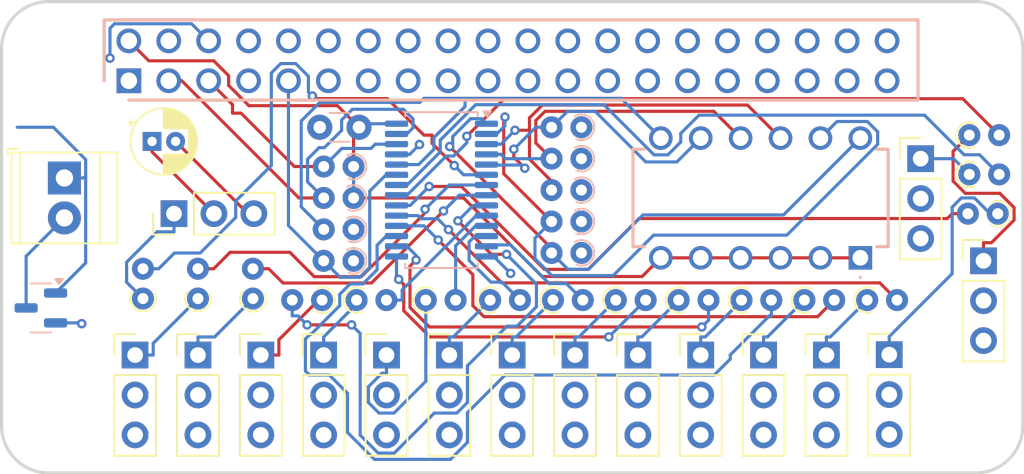
<source format=kicad_pcb>
(kicad_pcb (version 20240108) (generator "pcbnew") (generator_version "8.0")
  (layers (0 "F.Cu" signal) (1 "In1.Cu" power) (2 "In2.Cu" power) (31 "B.Cu" signal) (34 "B.Paste" user) (35 "F.Paste" user) (36 "B.SilkS" user "B.Silkscreen") (37 "F.SilkS" user "F.Silkscreen") (38 "B.Mask" user) (39 "F.Mask" user) (44 "Edge.Cuts" user))
  (net 0 "")
  (net 1 "+5V")
  (net 2 "V_MOTOR")
  (net 3 "/SCL")
  (net 4 "GND")
  (net 5 "/I2C_ADD5")
  (net 6 "/I2C_ADD4")
  (net 7 "/I2C_ADD3")
  (net 8 "/I2C_ADD2")
  (net 9 "/I2C_ADD1")
  (net 10 "/I2C_ADD0")
  (net 11 "/SDA")
  (net 12 "/~{OE}")
  (net 13 "Net-(J2-Pin_1)")
  (net 14 "Net-(J3-Pin_2)")
  (net 15 "Net-(J4-Pin_1)")
  (net 16 "Net-(J5-Pin_1)")
  (net 17 "Net-(J6-Pin_1)")
  (net 18 "Net-(J7-Pin_1)")
  (net 19 "Net-(J8-Pin_1)")
  (net 20 "Net-(J9-Pin_1)")
  (net 21 "Net-(J10-Pin_1)")
  (net 22 "Net-(J11-Pin_1)")
  (net 23 "Net-(J12-Pin_1)")
  (net 24 "Net-(J13-Pin_1)")
  (net 25 "Net-(J14-Pin_1)")
  (net 26 "Net-(J15-Pin_1)")
  (net 28 "Net-(J16-Pin_1)")
  (net 40 "Net-(J17-Pin_1)")
  (net 49 "Net-(J18-Pin_1)")
  (net 60 "/PWM1")
  (net 62 "/PWM4")
  (net 67 "/PWM8")
  (net 68 "/PWM3")
  (net 69 "/PWM9")
  (net 70 "/PWM5")
  (net 71 "/PWM10")
  (net 72 "/PWM7")
  (net 73 "/PWM13")
  (net 74 "/PWM14")
  (net 75 "/PWM12")
  (net 76 "/PWM6")
  (net 77 "/PWM15")
  (net 78 "/PWM11")
  (net 79 "/PWM16")
  (net 80 "/PWM2")
  (footprint "Connector_PinHeader_2.54mm:PinHeader_1x03_P2.54mm_Vertical" (layer "F.Cu") (at 121 37)
    (property "Reference" "J10" (hide yes))
    (property "Value" "MOTOR16" (hide yes))
  )
  (footprint "Connector_PinHeader_2.54mm:PinHeader_1x03_P2.54mm_Vertical" (layer "F.Cu") (at 125 43.5)
    (property "Reference" "J9" (hide yes))
    (property "Value" "MOTOR15" (hide yes))
  )
  (footprint "Connector_PinHeader_2.54mm:PinHeader_1x03_P2.54mm_Vertical" (layer "F.Cu") (at 107 49.5)
    (property "Reference" "J4" (hide yes))
    (property "Value" "MOTOR11" (hide yes))
  )
  (footprint "Connector_PinHeader_2.54mm:PinHeader_1x03_P2.54mm_Vertical" (layer "F.Cu") (at 75 49.5)
    (property "Reference" "J12" (hide yes))
    (property "Value" "MOTOR3" (hide yes))
  )
  (footprint "Resistor_THT:R_Axial_DIN0204_L3.6mm_D1.6mm_P1.90mm_Vertical" (layer "F.Cu") (at 97.595 46)
    (property "Reference" "R26" (hide yes))
    (property "Value" "10K" (hide yes))
  )
  (footprint "TerminalBlock_TE-Connectivity:TerminalBlock_TE_282834-2_1x02_P2.54mm_Horizontal" (layer "F.Cu") (at 66.5 38.23 -90)
    (property "Reference" "J3" (hide yes))
    (property "Value" "MOTOR_PWR_TERMINAL" (hide yes))
  )
  (footprint "MountingHole:MountingHole_2.7mm_M2.5" (layer "F.Cu") (at 124 53.5)
    (property "Reference" "MH3" (hide yes))
    (property "Value" "MountingHole_2.7mm_M2.5" (hide yes))
  )
  (footprint "Resistor_THT:R_Axial_DIN0204_L3.6mm_D1.6mm_P1.90mm_Vertical" (layer "F.Cu") (at 75 45.905 90)
    (property "Reference" "R23" (hide yes))
    (property "Value" "10K" (hide yes))
  )
  (footprint "Connector_PinHeader_2.54mm:PinHeader_1x03_P2.54mm_Vertical" (layer "F.Cu") (at 119 49.475)
    (property "Reference" "J8" (hide yes))
    (property "Value" "MOTOR14" (hide yes))
  )
  (footprint "Resistor_THT:R_Axial_DIN0204_L3.6mm_D1.6mm_P1.90mm_Vertical" (layer "F.Cu") (at 117.595 46)
    (property "Reference" "R15" (hide yes))
    (property "Value" "10K" (hide yes))
  )
  (footprint "Resistor_THT:R_Axial_DIN0204_L3.6mm_D1.6mm_P1.90mm_Vertical" (layer "F.Cu") (at 101.595 46)
    (property "Reference" "R10" (hide yes))
    (property "Value" "10K" (hide yes))
  )
  (footprint "Resistor_THT:R_Axial_DIN0204_L3.6mm_D1.6mm_P1.90mm_Vertical" (layer "F.Cu") (at 78.5 45.905 90)
    (property "Reference" "R20" (hide yes))
    (property "Value" "10K" (hide yes))
  )
  (footprint "Connector_PinHeader_2.54mm:PinHeader_1x03_P2.54mm_Vertical" (layer "F.Cu") (at 103 49.5)
    (property "Reference" "J5" (hide yes))
    (property "Value" "MOTOR10" (hide yes))
  )
  (footprint "Resistor_THT:R_Axial_DIN0204_L3.6mm_D1.6mm_P1.90mm_Vertical" (layer "F.Cu") (at 89.5 46)
    (property "Reference" "R25" (hide yes))
    (property "Value" "10K" (hide yes))
  )
  (footprint "Connector_PinHeader_2.54mm:PinHeader_1x03_P2.54mm_Vertical" (layer "F.Cu") (at 115 49.5)
    (property "Reference" "J7" (hide yes))
    (property "Value" "MOTOR13" (hide yes))
  )
  (footprint "Connector_PinHeader_2.54mm:PinHeader_1x03_P2.54mm_Vertical" (layer "F.Cu") (at 91 49.5)
    (property "Reference" "J14" (hide yes))
    (property "Value" "MOTOR7" (hide yes))
  )
  (footprint "MountingHole:MountingHole_2.7mm_M2.5" (layer "F.Cu") (at 66 30.5)
    (property "Reference" "MH1" (hide yes))
    (property "Value" "MountingHole_2.7mm_M2.5" (hide yes))
  )
  (footprint "Connector_PinHeader_2.54mm:PinHeader_1x03_P2.54mm_Vertical" (layer "F.Cu") (at 87 49.5)
    (property "Reference" "J17" (hide yes))
    (property "Value" "MOTOR6" (hide yes))
  )
  (footprint "Resistor_THT:R_Axial_DIN0204_L3.6mm_D1.6mm_P1.90mm_Vertical" (layer "F.Cu") (at 105.595 46)
    (property "Reference" "R13" (hide yes))
    (property "Value" "10K" (hide yes))
  )
  (footprint "Connector_PinHeader_2.54mm:PinHeader_1x03_P2.54mm_Vertical" (layer "F.Cu") (at 79 49.5)
    (property "Reference" "J16" (hide yes))
    (property "Value" "MOTOR4" (hide yes))
  )
  (footprint "MountingHole:MountingHole_2.7mm_M2.5" (layer "F.Cu") (at 124 30.5)
    (property "Reference" "MH2" (hide yes))
    (property "Value" "MountingHole_2.7mm_M2.5" (hide yes))
  )
  (footprint "Resistor_THT:R_Axial_DIN0204_L3.6mm_D1.6mm_P1.90mm_Vertical" (layer "F.Cu") (at 93.595 46)
    (property "Reference" "R22" (hide yes))
    (property "Value" "10K" (hide yes))
  )
  (footprint "MountingHole:MountingHole_2.7mm_M2.5" (layer "F.Cu") (at 66 53.5)
    (property "Reference" "MH4" (hide yes))
    (property "Value" "MountingHole_2.7mm_M2.5" (hide yes))
  )
  (footprint "Connector_PinHeader_2.54mm:PinHeader_1x03_P2.54mm_Vertical" (layer "F.Cu") (at 111 49.5)
    (property "Reference" "J6" (hide yes))
    (property "Value" "MOTOR12" (hide yes))
  )
  (footprint "Resistor_THT:R_Axial_DIN0204_L3.6mm_D1.6mm_P1.90mm_Vertical" (layer "F.Cu") (at 82.9 46 180)
    (property "Reference" "R24" (hide yes))
    (property "Value" "10K" (hide yes))
  )
  (footprint "Resistor_THT:R_Axial_DIN0204_L3.6mm_D1.6mm_P1.90mm_Vertical" (layer "F.Cu") (at 109.595 46)
    (property "Reference" "R12" (hide yes))
    (property "Value" "10K" (hide yes))
  )
  (footprint "Connector_PinHeader_2.54mm:PinHeader_1x03_P2.54mm_Vertical" (layer "F.Cu") (at 83 49.5)
    (property "Reference" "J13" (hide yes))
    (property "Value" "MOTOR5" (hide yes))
  )
  (footprint "Capacitor_THT:CP_Radial_D4.0mm_P1.50mm" (layer "F.Cu") (at 72.077401 35.9)
    (property "Reference" "C2" (hide yes))
    (property "Value" "C_Polarized" (hide yes))
  )
  (footprint "Connector_PinHeader_2.54mm:PinHeader_1x03_P2.54mm_Vertical" (layer "F.Cu") (at 95 49.5)
    (property "Reference" "J18" (hide yes))
    (property "Value" "MOTOR8" (hide yes))
  )
  (footprint "Resistor_THT:R_Axial_DIN0204_L3.6mm_D1.6mm_P1.90mm_Vertical" (layer "F.Cu") (at 113.595 46)
    (property "Reference" "R14" (hide yes))
    (property "Value" "10K" (hide yes))
  )
  (footprint "Resistor_THT:R_Axial_DIN0204_L3.6mm_D1.6mm_P1.90mm_Vertical" (layer "F.Cu") (at 124.095 35.5)
    (property "Reference" "R17" (hide yes))
    (property "Value" "10K" (hide yes))
  )
  (footprint "Connector_PinHeader_2.54mm:PinHeader_1x03_P2.54mm_Vertical" (layer "F.Cu") (at 99 49.5)
    (property "Reference" "J2" (hide yes))
    (property "Value" "MOTOR9" (hide yes))
  )
  (footprint "Resistor_THT:R_Axial_DIN0204_L3.6mm_D1.6mm_P1.90mm_Vertical" (layer "F.Cu") (at 85.095 46)
    (property "Reference" "R21" (hide yes))
    (property "Value" "10K" (hide yes))
  )
  (footprint "Resistor_THT:R_Axial_DIN0204_L3.6mm_D1.6mm_P1.90mm_Vertical" (layer "F.Cu") (at 71.5 45.905 90)
    (property "Reference" "R19" (hide yes))
    (property "Value" "10K" (hide yes))
  )
  (footprint "Connector_PinHeader_2.54mm:PinHeader_1x03_P2.54mm_Vertical" (layer "F.Cu") (at 73.475 40.5 90)
    (property "Reference" "J11" (hide yes))
    (property "Value" "MOTOR1" (hide yes))
  )
  (footprint "Connector_PinHeader_2.54mm:PinHeader_1x03_P2.54mm_Vertical" (layer "F.Cu") (at 71 49.5)
    (property "Reference" "J15" (hide yes))
    (property "Value" "MOTOR2" (hide yes))
  )
  (footprint "Resistor_THT:R_Axial_DIN0204_L3.6mm_D1.6mm_P1.90mm_Vertical" (layer "F.Cu") (at 124.095 38)
    (property "Reference" "R18" (hide yes))
    (property "Value" "10K" (hide yes))
  )
  (footprint "Resistor_THT:R_Axial_DIN0204_L3.6mm_D1.6mm_P1.90mm_Vertical" (layer "F.Cu") (at 125.905 40.5 180)
    (property "Reference" "R16" (hide yes))
    (property "Value" "10K" (hide yes))
  )
  (footprint "Resistor_THT:R_Axial_DIN0204_L3.6mm_D1.6mm_P1.90mm_Vertical" (layer "B.Cu") (at 84.9 43.5 180)
    (property "Reference" "R3" (hide yes))
    (property "Value" "10K" (hide yes))
  )
  (footprint "Resistor_THT:R_Axial_DIN0204_L3.6mm_D1.6mm_P1.90mm_Vertical" (layer "B.Cu") (at 99.405 43 180)
    (property "Reference" "R9" (hide yes))
    (property "Value" "10K" (hide yes))
  )
  (footprint "Resistor_THT:R_Axial_DIN0204_L3.6mm_D1.6mm_P1.90mm_Vertical" (layer "B.Cu") (at 99.405 39 180)
    (property "Reference" "R7" (hide yes))
    (property "Value" "10K")
  )
  (footprint "Resistor_THT:R_Axial_DIN0204_L3.6mm_D1.6mm_P1.90mm_Vertical" (layer "B.Cu") (at 99.405 35 180)
    (property "Reference" "R5" (hide yes))
    (property "Value" "10K")
  )
  (footprint "Resistor_THT:R_Axial_DIN0204_L3.6mm_D1.6mm_P1.90mm_Vertical" (layer "B.Cu") (at 84.905 39.5 180)
    (property "Reference" "R2" (hide yes))
    (property "Value" "10K" (hide yes))
  )
  (footprint "SamacSys_Parts:24549824" (layer "B.Cu") (at 117.16 43.31 180)
    (property "Reference" "SW1" (hide yes))
    (property "Value" "SW_DIP_x06" (hide yes))
  )
  (footprint "Resistor_THT:R_Axial_DIN0204_L3.6mm_D1.6mm_P1.90mm_Vertical" (layer "B.Cu") (at 84.905 41.5 180)
    (property "Reference" "R4" (hide yes))
    (property "Value" "10K" (hide yes))
  )
  (footprint "SamacSys_Parts:RHDR40W60P254_2X20_5140X500X1380P" (layer "B.Cu") (at 70.6 32.04 180)
    (property "Reference" "J1" (hide yes))
    (property "Value" "MFH2X20SG-2" (hide yes))
  )
  (footprint "Resistor_THT:R_Axial_DIN0204_L3.6mm_D1.6mm_P1.90mm_Vertical" (layer "B.Cu") (at 99.405 41 180)
    (property "Reference" "R8" (hide yes))
    (property "Value" "10K")
  )
  (footprint "Package_TO_SOT_SMD:SOT-23" (layer "B.Cu") (at 65 46.5 180)
    (property "Reference" "Q1" (hide yes))
    (property "Value" "IRLML6401" (hide yes))
  )
  (footprint "Capacitor_THT:C_Disc_D3.0mm_W1.6mm_P2.50mm" (layer "B.Cu") (at 85.25 35 180)
    (property "Reference" "C1" (hide yes))
    (property "Value" "10uF" (hide yes))
  )
  (footprint "Resistor_THT:R_Axial_DIN0204_L3.6mm_D1.6mm_P1.90mm_Vertical" (layer "B.Cu") (at 84.905 37.5 180)
    (property "Reference" "R1" (hide yes))
    (property "Value" "10K" (hide yes))
  )
  (footprint "Resistor_THT:R_Axial_DIN0204_L3.6mm_D1.6mm_P1.90mm_Vertical" (layer "B.Cu") (at 99.405 37 180)
    (property "Reference" "R6" (hide yes))
    (property "Value" "10K")
  )
  (footprint "Package_SO:TSSOP-28_4.4x9.7mm_P0.65mm" (layer "B.Cu") (at 90.5 39 180)
    (property "Reference" "U1" (hide yes))
    (property "Value" "PCA9685PW" (hide yes))
  )
  (gr_arc (start 62.5 30) (mid 63.37868 27.87868) (end 65.5 27) (stroke (width 0.2)) (layer "Edge.Cuts"))
  (gr_arc (start 65.5 57) (mid 63.37868 56.12132) (end 62.5 54) (stroke (width 0.2)) (layer "Edge.Cuts"))
  (gr_arc (start 124.5 27) (mid 126.62132 27.87868) (end 127.5 30) (stroke (width 0.2)) (layer "Edge.Cuts"))
  (gr_line (start 62.5 54) (end 62.5 30) (stroke (width 0.2)) (layer "Edge.Cuts"))
  (gr_arc (start 127.5 54) (mid 126.62132 56.12132) (end 124.5 57) (stroke (width 0.2)) (layer "Edge.Cuts"))
  (gr_line (start 124.5 57) (end 65.5 57) (stroke (width 0.2)) (layer "Edge.Cuts"))
  (gr_line (start 65.5 27) (end 124.5 27) (stroke (width 0.2)) (layer "Edge.Cuts"))
  (gr_line (start 127.5 30) (end 127.5 54) (stroke (width 0.2)) (layer "Edge.Cuts"))
  (segment (start 78.2417 33.6259) (end 83.8759 33.6259) (width 0.2) (layer "F.Cu") (net 1))
  (segment (start 112.08 43.31) (end 114.62 43.31) (width 0.2) (layer "F.Cu") (net 1))
  (segment (start 76.95 32.3342) (end 78.2417 33.6259) (width 0.2) (layer "F.Cu") (net 1))
  (segment (start 70.6 29.5) (end 71.87 30.77) (width 0.2) (layer "F.Cu") (net 1))
  (segment (start 114.62 43.31) (end 117.16 43.31) (width 0.2) (layer "F.Cu") (net 1))
  (segment (start 107 43.31) (end 104.46 43.31) (width 0.2) (layer "F.Cu") (net 1))
  (segment (start 83.8759 33.6259) (end 85.25 35) (width 0.2) (layer "F.Cu") (net 1))
  (segment (start 76.0029 30.77) (end 76.95 31.7171) (width 0.2) (layer "F.Cu") (net 1))
  (segment (start 76.95 31.7171) (end 76.95 32.3342) (width 0.2) (layer "F.Cu") (net 1))
  (segment (start 103.271 44.499) (end 96.9041 44.499) (width 0.2) (layer "F.Cu") (net 1))
  (segment (start 91.9051 39.5) (end 84.905 39.5) (width 0.2) (layer "F.Cu") (net 1))
  (segment (start 104.46 43.31) (end 103.271 44.499) (width 0.2) (layer "F.Cu") (net 1))
  (segment (start 107 43.31) (end 109.54 43.31) (width 0.2) (layer "F.Cu") (net 1))
  (segment (start 71.87 30.77) (end 76.0029 30.77) (width 0.2) (layer "F.Cu") (net 1))
  (segment (start 84.905 35.345) (end 84.905 37.5) (width 0.2) (layer "F.Cu") (net 1))
  (segment (start 85.25 35) (end 84.905 35.345) (width 0.2) (layer "F.Cu") (net 1))
  (segment (start 109.54 43.31) (end 112.08 43.31) (width 0.2) (layer "F.Cu") (net 1))
  (segment (start 96.9041 44.499) (end 91.9051 39.5) (width 0.2) (layer "F.Cu") (net 1))
  (segment (start 84.905 39.5) (end 84.905 37.5) (width 0.2) (layer "B.Cu") (net 1))
  (segment (start 85.475 34.775) (end 85.25 35) (width 0.2) (layer "B.Cu") (net 1))
  (segment (start 87.6375 34.775) (end 85.475 34.775) (width 0.2) (layer "B.Cu") (net 1))
  (segment (start 72.077401 36.562401) (end 76.015 40.5) (width 0.2) (layer "F.Cu") (net 2))
  (segment (start 72.077401 35.9) (end 72.077401 36.562401) (width 0.2) (layer "F.Cu") (net 2))
  (via (at 67.6 47.5) (size 0.6) (drill 0.3) (layers "F.Cu" "B.Cu") (net 2))
  (segment (start 65.9375 47.45) (end 67.55 47.45) (width 0.2) (layer "B.Cu") (net 2))
  (segment (start 67.55 47.45) (end 67.6 47.5) (width 0.2) (layer "B.Cu") (net 2))
  (segment (start 77.2 34.1) (end 77.2 33.56) (width 0.2) (layer "F.Cu") (net 3))
  (segment (start 77.74 34.1) (end 77.2 34.1) (width 0.2) (layer "F.Cu") (net 3))
  (segment (start 83.005 37.5) (end 81.14 37.5) (width 0.2) (layer "F.Cu") (net 3))
  (segment (start 81.14 37.5) (end 77.74 34.1) (width 0.2) (layer "F.Cu") (net 3))
  (segment (start 77.2 33.56) (end 75.68 32.04) (width 0.2) (layer "F.Cu") (net 3))
  (segment (start 86.015 36.3471) (end 86.2871 36.075) (width 0.2) (layer "B.Cu") (net 3))
  (segment (start 84.1579 36.3471) (end 86.015 36.3471) (width 0.2) (layer "B.Cu") (net 3))
  (segment (start 83.005 37.5) (end 84.1579 36.3471) (width 0.2) (layer "B.Cu") (net 3))
  (segment (start 86.2871 36.075) (end 87.6375 36.075) (width 0.2) (layer "B.Cu") (net 3))
  (segment (start 78.177401 40.5) (end 78.555 40.5) (width 0.2) (layer "F.Cu") (net 4))
  (segment (start 73.577401 35.9) (end 78.177401 40.5) (width 0.2) (layer "F.Cu") (net 4))
  (via (at 69.4 30.6) (size 0.6) (drill 0.3) (layers "F.Cu" "B.Cu") (net 4))
  (via (at 94.9 44.3) (size 0.6) (drill 0.3) (layers "F.Cu" "B.Cu") (net 4))
  (via (at 89.1 36.1) (size 0.6) (drill 0.3) (layers "F.Cu" "B.Cu") (net 4))
  (segment (start 66.5 38.23) (end 67.7217 38.23) (width 0.2) (layer "B.Cu") (net 4))
  (segment (start 67.8517 38.5019) (end 67.8517 38.1) (width 0.2) (layer "B.Cu") (net 4))
  (segment (start 67.8517 37.055) (end 65.7967 35) (width 0.2) (layer "B.Cu") (net 4))
  (segment (start 69.6875 28.4125) (end 69.4 28.7) (width 0.2) (layer "B.Cu") (net 4))
  (segment (start 74.5925 28.4125) (end 69.6875 28.4125) (width 0.2) (layer "B.Cu") (net 4))
  (segment (start 88.475 36.725) (end 89.1 36.1) (width 0.2) (layer "B.Cu") (net 4))
  (segment (start 65.7967 35) (end 63.5 35) (width 0.2) (layer "B.Cu") (net 4))
  (segment (start 93.3625 43.225) (end 93.825 43.225) (width 0.2) (layer "B.Cu") (net 4))
  (segment (start 93.825 43.225) (end 94.9 44.3) (width 0.2) (layer "B.Cu") (net 4))
  (segment (start 69.4 28.7) (end 69.4 30.6) (width 0.2) (layer "B.Cu") (net 4))
  (segment (start 87.6375 36.725) (end 88.475 36.725) (width 0.2) (layer "B.Cu") (net 4))
  (segment (start 65.9375 45.55) (end 67.8517 43.6358) (width 0.2) (layer "B.Cu") (net 4))
  (segment (start 67.8517 38.1) (end 67.8517 37.055) (width 0.2) (layer "B.Cu") (net 4))
  (segment (start 67.8517 43.6358) (end 67.8517 38.5019) (width 0.2) (layer "B.Cu") (net 4))
  (segment (start 67.7217 38.23) (end 67.8517 38.1) (width 0.2) (layer "B.Cu") (net 4))
  (segment (start 75.68 29.5) (end 74.5925 28.4125) (width 0.2) (layer "B.Cu") (net 4))
  (segment (start 81.5732 40.0682) (end 81.5732 34.5987) (width 0.2) (layer "B.Cu") (net 5))
  (segment (start 101.9298 33.1598) (end 92 33.1598) (width 0.2) (layer "B.Cu") (net 5))
  (segment (start 89.048114 37.375) (end 90.0206 36.402514) (width 0.2) (layer "B.Cu") (net 5))
  (segment (start 83.005 41.5) (end 81.5732 40.0682) (width 0.2) (layer "B.Cu") (net 5))
  (segment (start 92 33.1598) (end 89.3821 33.1598) (width 0.2) (layer "B.Cu") (net 5))
  (segment (start 87.6375 37.375) (end 89.048114 37.375) (width 0.2) (layer "B.Cu") (net 5))
  (segment (start 81.5732 34.5987) (end 82.756 33.4159) (width 0.2) (layer "B.Cu") (net 5))
  (segment (start 82.756 33.4159) (end 89.126 33.4159) (width 0.2) (layer "B.Cu") (net 5))
  (segment (start 90.0206 36.402514) (end 90.0206 35.655514) (width 0.2) (layer "B.Cu") (net 5))
  (segment (start 89.3821 33.1598) (end 89.126 33.4159) (width 0.2) (layer "B.Cu") (net 5))
  (segment (start 104.46 35.69) (end 101.9298 33.1598) (width 0.2) (layer "B.Cu") (net 5))
  (segment (start 92 33.676114) (end 92 33.1598) (width 0.2) (layer "B.Cu") (net 5))
  (segment (start 90.0206 35.655514) (end 92 33.676114) (width 0.2) (layer "B.Cu") (net 5))
  (segment (start 95.8041 37.6039) (end 95.1033 36.9031) (width 0.2) (layer "F.Cu") (net 6))
  (segment (start 95.1033 36.9031) (end 95.1033 36.4) (width 0.2) (layer "F.Cu") (net 6))
  (via (at 95.1033 36.4) (size 0.6) (drill 0.3) (layers "F.Cu" "B.Cu") (net 6))
  (via (at 95.8041 37.6039) (size 0.6) (drill 0.3) (layers "F.Cu" "B.Cu") (net 6))
  (segment (start 98.5096 33.9954) (end 97.505 35) (width 0.2) (layer "B.Cu") (net 6))
  (segment (start 107 35.69) (end 105.4824 37.2076) (width 0.2) (layer "B.Cu") (net 6))
  (segment (start 93.3909 37.4034) (end 95.6036 37.4034) (width 0.2) (layer "B.Cu") (net 6))
  (segment (start 100.2897 33.9954) (end 98.5096 33.9954) (width 0.2) (layer "B.Cu") (net 6))
  (segment (start 105.4824 37.2076) (end 103.5019 37.2076) (width 0.2) (layer "B.Cu") (net 6))
  (segment (start 95.1033 36.4) (end 96.5033 35) (width 0.2) (layer "B.Cu") (net 6))
  (segment (start 93.3625 37.375) (end 93.3909 37.4034) (width 0.2) (layer "B.Cu") (net 6))
  (segment (start 97.505 35) (end 96.5033 35) (width 0.2) (layer "B.Cu") (net 6))
  (segment (start 95.6036 37.4034) (end 95.8041 37.6039) (width 0.2) (layer "B.Cu") (net 6))
  (segment (start 103.5019 37.2076) (end 100.2897 33.9954) (width 0.2) (layer "B.Cu") (net 6))
  (segment (start 109.54 35.69) (end 107.8363 33.9863) (width 0.2) (layer "F.Cu") (net 7))
  (segment (start 107.8363 33.9863) (end 97.0885 33.9863) (width 0.2) (layer "F.Cu") (net 7))
  (segment (start 96.5028 34.572) (end 96.5028 35.9978) (width 0.2) (layer "F.Cu") (net 7))
  (segment (start 97.0885 33.9863) (end 96.5028 34.572) (width 0.2) (layer "F.Cu") (net 7))
  (segment (start 96.5028 35.9978) (end 97.505 37) (width 0.2) (layer "F.Cu") (net 7))
  (segment (start 93.3625 36.725) (end 94.2952 36.725) (width 0.2) (layer "B.Cu") (net 7))
  (segment (start 94.5719 37.0017) (end 96.5016 37.0017) (width 0.2) (layer "B.Cu") (net 7))
  (segment (start 97.505 37) (end 96.5033 37) (width 0.2) (layer "B.Cu") (net 7))
  (segment (start 94.2952 36.725) (end 94.5719 37.0017) (width 0.2) (layer "B.Cu") (net 7))
  (segment (start 96.5016 37.0017) (end 96.5033 37) (width 0.2) (layer "B.Cu") (net 7))
  (segment (start 97.505 39) (end 97.505 38.4321) (width 0.2) (layer "F.Cu") (net 8))
  (segment (start 97.505 38.4321) (end 96.1011 37.0282) (width 0.2) (layer "F.Cu") (net 8))
  (segment (start 96.9222 33.5846) (end 96.1011 34.4057) (width 0.2) (layer "F.Cu") (net 8))
  (segment (start 96.1011 35.1917) (end 95.1785 35.1917) (width 0.2) (layer "F.Cu") (net 8))
  (segment (start 109.9746 33.5846) (end 96.9222 33.5846) (width 0.2) (layer "F.Cu") (net 8))
  (segment (start 112.08 35.69) (end 109.9746 33.5846) (width 0.2) (layer "F.Cu") (net 8))
  (segment (start 96.1011 37.0282) (end 96.1011 35.1917) (width 0.2) (layer "F.Cu") (net 8))
  (segment (start 96.1011 34.4057) (end 96.1011 35.1917) (width 0.2) (layer "F.Cu") (net 8))
  (via (at 95.1785 35.1917) (size 0.6) (drill 0.3) (layers "F.Cu" "B.Cu") (net 8))
  (segment (start 95.1785 35.1917) (end 94.2952 36.075) (width 0.2) (layer "B.Cu") (net 8))
  (segment (start 94.2952 36.075) (end 93.3625 36.075) (width 0.2) (layer "B.Cu") (net 8))
  (segment (start 94.4608 34.4285) (end 94.4608 37.9558) (width 0.2) (layer "F.Cu") (net 9))
  (segment (start 94.4608 37.9558) (end 97.505 41) (width 0.2) (layer "F.Cu") (net 9))
  (segment (start 94.5413 34.348) (end 94.4608 34.4285) (width 0.2) (layer "F.Cu") (net 9))
  (via (at 94.5413 34.348) (size 0.6) (drill 0.3) (layers "F.Cu" "B.Cu") (net 9))
  (segment (start 115.6774 34.6326) (end 117.6088 34.6326) (width 0.2) (layer "B.Cu") (net 9))
  (segment (start 112.4817 41.8682) (end 104.0007 41.8682) (width 0.2) (layer "B.Cu") (net 9))
  (segment (start 97.5271 44.4422) (end 96.4492 43.3643) (width 0.2) (layer "B.Cu") (net 9))
  (segment (start 118.2619 36.088) (end 112.4817 41.8682) (width 0.2) (layer "B.Cu") (net 9))
  (segment (start 114.62 35.69) (end 115.6774 34.6326) (width 0.2) (layer "B.Cu") (net 9))
  (segment (start 94.0187 35.425) (end 93.3625 35.425) (width 0.2) (layer "B.Cu") (net 9))
  (segment (start 117.6088 34.6326) (end 118.2619 35.2857) (width 0.2) (layer "B.Cu") (net 9))
  (segment (start 96.4492 43.3643) (end 96.4492 42.0558) (width 0.2) (layer "B.Cu") (net 9))
  (segment (start 94.5413 34.9024) (end 94.0187 35.425) (width 0.2) (layer "B.Cu") (net 9))
  (segment (start 94.5413 34.348) (end 94.5413 34.9024) (width 0.2) (layer "B.Cu") (net 9))
  (segment (start 104.0007 41.8682) (end 101.4267 44.4422) (width 0.2) (layer "B.Cu") (net 9))
  (segment (start 101.4267 44.4422) (end 97.5271 44.4422) (width 0.2) (layer "B.Cu") (net 9))
  (segment (start 118.2619 35.2857) (end 118.2619 36.088) (width 0.2) (layer "B.Cu") (net 9))
  (segment (start 96.4492 42.0558) (end 97.505 41) (width 0.2) (layer "B.Cu") (net 9))
  (segment (start 97.505 42.711) (end 91.0223 36.2283) (width 0.2) (layer "F.Cu") (net 10))
  (segment (start 97.505 43) (end 97.505 42.711) (width 0.2) (layer "F.Cu") (net 10))
  (via (at 91.0223 36.2283) (size 0.6) (drill 0.3) (layers "F.Cu" "B.Cu") (net 10))
  (segment (start 91.0223 36.2283) (end 91.2127 36.0379) (width 0.2) (layer "B.Cu") (net 10))
  (segment (start 91.2127 35.5971) (end 92.3564 34.4534) (width 0.2) (layer "B.Cu") (net 10))
  (segment (start 103.3267 40.5784) (end 99.8646 44.0405) (width 0.2) (layer "B.Cu") (net 10))
  (segment (start 112.2716 40.5784) (end 103.3267 40.5784) (width 0.2) (layer "B.Cu") (net 10))
  (segment (start 91.2127 36.0379) (end 91.2127 35.5971) (width 0.2) (layer "B.Cu") (net 10))
  (segment (start 117.16 35.69) (end 112.2716 40.5784) (width 0.2) (layer "B.Cu") (net 10))
  (segment (start 92.3564 34.4534) (end 93.0409 34.4534) (width 0.2) (layer "B.Cu") (net 10))
  (segment (start 98.5455 44.0405) (end 97.505 43) (width 0.2) (layer "B.Cu") (net 10))
  (segment (start 93.0409 34.4534) (end 93.3625 34.775) (width 0.2) (layer "B.Cu") (net 10))
  (segment (start 99.8646 44.0405) (end 98.5455 44.0405) (width 0.2) (layer "B.Cu") (net 10))
  (segment (start 81.4264 39.5) (end 83.005 39.5) (width 0.2) (layer "F.Cu") (net 11))
  (segment (start 73.9664 32.04) (end 81.4264 39.5) (width 0.2) (layer "F.Cu") (net 11))
  (segment (start 73.14 32.04) (end 73.9664 32.04) (width 0.2) (layer "F.Cu") (net 11))
  (segment (start 81.9766 37.0292) (end 82.7075 36.2983) (width 0.2) (layer "B.Cu") (net 11))
  (segment (start 88.0753 33.8566) (end 88.6918 34.4731) (width 0.2) (layer "B.Cu") (net 11))
  (segment (start 82.7075 36.2983) (end 83.0463 36.2983) (width 0.2) (layer "B.Cu") (net 11))
  (segment (start 84.8259 33.8566) (end 88.0753 33.8566) (width 0.2) (layer "B.Cu") (net 11))
  (segment (start 88.6918 34.4731) (end 88.6918 35.033) (width 0.2) (layer "B.Cu") (net 11))
  (segment (start 83.0463 36.2983) (end 84.1414 35.2032) (width 0.2) (layer "B.Cu") (net 11))
  (segment (start 84.1414 34.5411) (end 84.8259 33.8566) (width 0.2) (layer "B.Cu") (net 11))
  (segment (start 83.005 39.5) (end 81.9766 38.4716) (width 0.2) (layer "B.Cu") (net 11))
  (segment (start 81.9766 38.4716) (end 81.9766 37.0292) (width 0.2) (layer "B.Cu") (net 11))
  (segment (start 88.6918 35.033) (end 88.2998 35.425) (width 0.2) (layer "B.Cu") (net 11))
  (segment (start 88.2998 35.425) (end 87.6375 35.425) (width 0.2) (layer "B.Cu") (net 11))
  (segment (start 84.1414 35.2032) (end 84.1414 34.5411) (width 0.2) (layer "B.Cu") (net 11))
  (segment (start 85.9333 43.9109) (end 85.2955 44.5487) (width 0.2) (layer "B.Cu") (net 12))
  (segment (start 85.2955 44.5487) (end 84.0487 44.5487) (width 0.2) (layer "B.Cu") (net 12))
  (segment (start 84.0487 44.5487) (end 83 43.5) (width 0.2) (layer "B.Cu") (net 12))
  (segment (start 80.76 41.26) (end 83 43.5) (width 0.2) (layer "B.Cu") (net 12))
  (segment (start 86.9718 38.025) (end 85.9333 39.0635) (width 0.2) (layer "B.Cu") (net 12))
  (segment (start 87.6375 38.025) (end 86.9718 38.025) (width 0.2) (layer "B.Cu") (net 12))
  (segment (start 80.76 32.04) (end 80.76 41.26) (width 0.2) (layer "B.Cu") (net 12))
  (segment (start 85.9333 39.0635) (end 85.9333 43.9109) (width 0.2) (layer "B.Cu") (net 12))
  (segment (start 99 48.3483) (end 99.2467 48.3483) (width 0.2) (layer "B.Cu") (net 13))
  (segment (start 99 49.5) (end 99 48.3483) (width 0.2) (layer "B.Cu") (net 13))
  (segment (start 99.2467 48.3483) (end 101.595 46) (width 0.2) (layer "B.Cu") (net 13))
  (segment (start 64.0625 46.5) (end 64.0625 43.2075) (width 0.2) (layer "B.Cu") (net 14))
  (segment (start 64.0625 43.2075) (end 66.5 40.77) (width 0.2) (layer "B.Cu") (net 14))
  (segment (start 107 49.5) (end 107 48.3483) (width 0.2) (layer "B.Cu") (net 15))
  (segment (start 109.595 46.0383) (end 109.595 46) (width 0.2) (layer "B.Cu") (net 15))
  (segment (start 107 48.3483) (end 107.285 48.3483) (width 0.2) (layer "B.Cu") (net 15))
  (segment (start 107.285 48.3483) (end 109.595 46.0383) (width 0.2) (layer "B.Cu") (net 15))
  (segment (start 103 49.5) (end 103 48.3483) (width 0.2) (layer "B.Cu") (net 16))
  (segment (start 105.595 46) (end 103.2467 48.3483) (width 0.2) (layer "B.Cu") (net 16))
  (segment (start 103.2467 48.3483) (end 103 48.3483) (width 0.2) (layer "B.Cu") (net 16))
  (segment (start 113.595 46) (end 111.2467 48.3483) (width 0.2) (layer "B.Cu") (net 17))
  (segment (start 111 49.5) (end 111 48.3483) (width 0.2) (layer "B.Cu") (net 17))
  (segment (start 111.2467 48.3483) (end 111 48.3483) (width 0.2) (layer "B.Cu") (net 17))
  (segment (start 115 49.5) (end 115 48.3483) (width 0.2) (layer "B.Cu") (net 18))
  (segment (start 115.2467 48.3483) (end 115 48.3483) (width 0.2) (layer "B.Cu") (net 18))
  (segment (start 117.595 46) (end 115.2467 48.3483) (width 0.2) (layer "B.Cu") (net 18))
  (segment (start 119 49.475) (end 119 48.3233) (width 0.2) (layer "B.Cu") (net 19))
  (segment (start 125.905 40.5) (end 125.4215 40.5) (width 0.2) (layer "B.Cu") (net 19))
  (segment (start 123.0033 44.32) (end 119 48.3233) (width 0.2) (layer "B.Cu") (net 19))
  (segment (start 125.4215 40.4999) (end 124.4199 39.4983) (width 0.2) (layer "B.Cu") (net 19))
  (segment (start 125.4215 40.5) (end 125.4215 40.4999) (width 0.2) (layer "B.Cu") (net 19))
  (segment (start 123.5901 39.4983) (end 123.0033 40.0851) (width 0.2) (layer "B.Cu") (net 19))
  (segment (start 124.4199 39.4983) (end 123.5901 39.4983) (width 0.2) (layer "B.Cu") (net 19))
  (segment (start 123.0033 40.0851) (end 123.0033 44.32) (width 0.2) (layer "B.Cu") (net 19))
  (segment (start 123.0627 36.5323) (end 124.095 35.5) (width 0.2) (layer "F.Cu") (net 20))
  (segment (start 125.5039 42.3483) (end 126.9451 40.9071) (width 0.2) (layer "F.Cu") (net 20))
  (segment (start 123.0627 38.4258) (end 123.0627 36.5323) (width 0.2) (layer "F.Cu") (net 20))
  (segment (start 125 43.5) (end 125 42.3483) (width 0.2) (layer "F.Cu") (net 20))
  (segment (start 126.9451 40.112) (end 126.0381 39.205) (width 0.2) (layer "F.Cu") (net 20))
  (segment (start 126.0381 39.205) (end 123.8419 39.205) (width 0.2) (layer "F.Cu") (net 20))
  (segment (start 123.8419 39.205) (end 123.0627 38.4258) (width 0.2) (layer "F.Cu") (net 20))
  (segment (start 125 42.3483) (end 125.5039 42.3483) (width 0.2) (layer "F.Cu") (net 20))
  (segment (start 126.9451 40.9071) (end 126.9451 40.112) (width 0.2) (layer "F.Cu") (net 20))
  (segment (start 124.095 38) (end 123.095 37) (width 0.2) (layer "B.Cu") (net 21))
  (segment (start 123.095 37) (end 121 37) (width 0.2) (layer "B.Cu") (net 21))
  (segment (start 73.475 40.5) (end 73.475 41.6517) (width 0.2) (layer "B.Cu") (net 22))
  (segment (start 72.3953 41.6517) (end 73.475 41.6517) (width 0.2) (layer "B.Cu") (net 22))
  (segment (start 70.4586 44.8636) (end 70.4586 43.5884) (width 0.2) (layer "B.Cu") (net 22))
  (segment (start 70.4586 43.5884) (end 72.3953 41.6517) (width 0.2) (layer "B.Cu") (net 22))
  (segment (start 71.5 45.905) (end 70.4586 44.8636) (width 0.2) (layer "B.Cu") (net 22))
  (segment (start 78.5 45.905) (end 76.0567 48.3483) (width 0.2) (layer "B.Cu") (net 23))
  (segment (start 75 49.5) (end 75 48.3483) (width 0.2) (layer "B.Cu") (net 23))
  (segment (start 76.0567 48.3483) (end 75 48.3483) (width 0.2) (layer "B.Cu") (net 23))
  (segment (start 83 49.5) (end 83 48.3483) (width 0.2) (layer "B.Cu") (net 24))
  (segment (start 85.095 46.2533) (end 83 48.3483) (width 0.2) (layer "B.Cu") (net 24))
  (segment (start 85.095 46) (end 85.095 46.2533) (width 0.2) (layer "B.Cu") (net 24))
  (segment (start 93.595 46) (end 91.2467 48.3483) (width 0.2) (layer "B.Cu") (net 25))
  (segment (start 91 49.5) (end 91 48.3483) (width 0.2) (layer "B.Cu") (net 25))
  (segment (start 91.2467 48.3483) (end 91 48.3483) (width 0.2) (layer "B.Cu") (net 25))
  (segment (start 71 49.5) (end 72.1517 49.5) (width 0.2) (layer "B.Cu") (net 26))
  (segment (start 72.1517 48.7533) (end 72.1517 49.5) (width 0.2) (layer "B.Cu") (net 26))
  (segment (start 75 45.905) (end 72.1517 48.7533) (width 0.2) (layer "B.Cu") (net 26))
  (segment (start 80.1517 48.5235) (end 80.1517 49.5) (width 0.2) (layer "F.Cu") (net 28))
  (segment (start 82.6752 46) (end 80.1517 48.5235) (width 0.2) (layer "F.Cu") (net 28))
  (segment (start 79 49.5) (end 80.1517 49.5) (width 0.2) (layer "F.Cu") (net 28))
  (segment (start 82.9 46) (end 82.6752 46) (width 0.2) (layer "F.Cu") (net 28))
  (segment (start 87 49.5) (end 87 50.6517) (width 0.2) (layer "B.Cu") (net 40))
  (segment (start 87.4771 53.1917) (end 86.5229 53.1917) (width 0.2) (layer "B.Cu") (net 40))
  (segment (start 86.712 50.6517) (end 87 50.6517) (width 0.2) (layer "B.Cu") (net 40))
  (segment (start 86.5229 53.1917) (end 85.8483 52.5171) (width 0.2) (layer "B.Cu") (net 40))
  (segment (start 89.5 51.1688) (end 87.4771 53.1917) (width 0.2) (layer "B.Cu") (net 40))
  (segment (start 89.5 46) (end 89.5 51.1688) (width 0.2) (layer "B.Cu") (net 40))
  (segment (start 85.8483 51.5154) (end 86.712 50.6517) (width 0.2) (layer "B.Cu") (net 40))
  (segment (start 85.8483 52.5171) (end 85.8483 51.5154) (width 0.2) (layer "B.Cu") (net 40))
  (segment (start 95 49.5) (end 95 48.3483) (width 0.2) (layer "B.Cu") (net 49))
  (segment (start 95 48.3483) (end 95.2467 48.3483) (width 0.2) (layer "B.Cu") (net 49))
  (segment (start 95.2467 48.3483) (end 97.595 46) (width 0.2) (layer "B.Cu") (net 49))
  (segment (start 82.4492 33.1764) (end 87.0547 33.1764) (width 0.2) (layer "F.Cu") (net 60))
  (segment (start 87.0547 33.1764) (end 89.3783 35.5) (width 0.2) (layer "F.Cu") (net 60))
  (segment (start 89.9 35.5) (end 89.9 36.0217) (width 0.2) (layer "F.Cu") (net 60))
  (segment (start 89.9 36.0217) (end 91.3148 37.4365) (width 0.2) (layer "F.Cu") (net 60))
  (segment (start 82.2852 33.0124) (end 82.4492 33.1764) (width 0.2) (layer "F.Cu") (net 60))
  (segment (start 89.3783 35.5) (end 89.9 35.5) (width 0.2) (layer "F.Cu") (net 60))
  (via (at 91.3148 37.4365) (size 0.6) (drill 0.3) (layers "F.Cu" "B.Cu") (net 60))
  (via (at 82.2852 33.0124) (size 0.6) (drill 0.3) (layers "F.Cu" "B.Cu") (net 60))
  (segment (start 81.221 30.9479) (end 82.0301 31.757) (width 0.2) (layer "B.Cu") (net 60))
  (segment (start 82.0301 32.7573) (end 82.2852 33.0124) (width 0.2) (layer "B.Cu") (net 60))
  (segment (start 71.5 44.005) (end 72.5017 44.005) (width 0.2) (layer "B.Cu") (net 60))
  (segment (start 75.1415 43.0033) (end 77.4033 40.7415) (width 0.2) (layer "B.Cu") (net 60))
  (segment (start 91.9033 38.025) (end 91.3148 37.4365) (width 0.2) (layer "B.Cu") (net 60))
  (segment (start 79.6708 31.5424) (end 80.2653 30.9479) (width 0.2) (layer "B.Cu") (net 60))
  (segment (start 77.4033 40.7415) (end 77.4033 39.6972) (width 0.2) (layer "B.Cu") (net 60))
  (segment (start 82.0301 31.757) (end 82.0301 32.7573) (width 0.2) (layer "B.Cu") (net 60))
  (segment (start 73.5034 43.0033) (end 75.1415 43.0033) (width 0.2) (layer "B.Cu") (net 60))
  (segment (start 77.4033 39.6972) (end 79.6708 37.4297) (width 0.2) (layer "B.Cu") (net 60))
  (segment (start 80.2653 30.9479) (end 81.221 30.9479) (width 0.2) (layer "B.Cu") (net 60))
  (segment (start 72.5017 44.005) (end 73.5034 43.0033) (width 0.2) (layer "B.Cu") (net 60))
  (segment (start 93.3625 38.025) (end 91.9033 38.025) (width 0.2) (layer "B.Cu") (net 60))
  (segment (start 79.6708 37.4297) (end 79.6708 31.5424) (width 0.2) (layer "B.Cu") (net 60))
  (segment (start 93.6788 43.0893) (end 94.6435 43.0893) (width 0.2) (layer "F.Cu") (net 62))
  (segment (start 91.5464 40.9569) (end 93.6788 43.0893) (width 0.2) (layer "F.Cu") (net 62))
  (segment (start 84.7782 47.5801) (end 81.9459 47.5801) (width 0.2) (layer "F.Cu") (net 62))
  (via (at 91.5464 40.9569) (size 0.6) (drill 0.3) (layers "F.Cu" "B.Cu") (net 62))
  (via (at 81.9459 47.5801) (size 0.6) (drill 0.3) (layers "F.Cu" "B.Cu") (net 62))
  (via (at 94.6435 43.0893) (size 0.6) (drill 0.3) (layers "F.Cu" "B.Cu") (net 62))
  (via (at 84.7782 47.5801) (size 0.6) (drill 0.3) (layers "F.Cu" "B.Cu") (net 62))
  (segment (start 81.3675 47.0017) (end 81 47.0017) (width 0.2) (layer "B.Cu") (net 62))
  (segment (start 95.3098 47.6595) (end 94.671 47.6595) (width 0.2) (layer "B.Cu") (net 62))
  (segment (start 91.4771 53.1917) (end 90.0428 53.1917) (width 0.2) (layer "B.Cu") (net 62))
  (segment (start 81.9459 47.5801) (end 81.3675 47.0017) (width 0.2) (layer "B.Cu") (net 62))
  (segment (start 92.1517 52.5171) (end 91.4771 53.1917) (width 0.2) (layer "B.Cu") (net 62))
  (segment (start 93.3625 39.975) (end 92.5283 39.975) (width 0.2) (layer "B.Cu") (net 62))
  (segment (start 92.5283 39.975) (end 91.5464 40.9569) (width 0.2) (layer "B.Cu") (net 62))
  (segment (start 96.545 44.9908) (end 96.545 46.4243) (width 0.2) (layer "B.Cu") (net 62))
  (segment (start 81 46) (end 81 47.0017) (width 0.2) (layer "B.Cu") (net 62))
  (segment (start 96.545 46.4243) (end 95.3098 47.6595) (width 0.2) (layer "B.Cu") (net 62))
  (segment (start 92.1517 50.1788) (end 92.1517 52.5171) (width 0.2) (layer "B.Cu") (net 62))
  (segment (start 94.6435 43.0893) (end 96.545 44.9908) (width 0.2) (layer "B.Cu") (net 62))
  (segment (start 85.3251 48.127) (end 84.7782 47.5801) (width 0.2) (layer "B.Cu") (net 62))
  (segment (start 90.0428 53.1917) (end 87.4982 55.7363) (width 0.2) (layer "B.Cu") (net 62))
  (segment (start 87.4982 55.7363) (end 86.4671 55.7363) (width 0.2) (layer "B.Cu") (net 62))
  (segment (start 86.4671 55.7363) (end 85.3251 54.5943) (width 0.2) (layer "B.Cu") (net 62))
  (segment (start 94.671 47.6595) (end 92.1517 50.1788) (width 0.2) (layer "B.Cu") (net 62))
  (segment (start 85.3251 54.5943) (end 85.3251 48.127) (width 0.2) (layer "B.Cu") (net 62))
  (segment (start 94.8927 42.4876) (end 93.4499 42.4876) (width 0.2) (layer "B.Cu") (net 67))
  (segment (start 99.495 46) (end 98.4425 44.9475) (width 0.2) (layer "B.Cu") (net 67))
  (segment (start 98.4425 44.9475) (end 97.3526 44.9475) (width 0.2) (layer "B.Cu") (net 67))
  (segment (start 93.4499 42.4876) (end 93.3625 42.575) (width 0.2) (layer "B.Cu") (net 67))
  (segment (start 97.3526 44.9475) (end 94.8927 42.4876) (width 0.2) (layer "B.Cu") (net 67))
  (segment (start 80.4086 44.9119) (end 86.0446 44.9119) (width 0.2) (layer "F.Cu") (net 68))
  (segment (start 79.5017 44.005) (end 80.4086 44.9119) (width 0.2) (layer "F.Cu") (net 68))
  (segment (start 86.0446 44.9119) (end 90.6286 40.3279) (width 0.2) (layer "F.Cu") (net 68))
  (segment (start 78.5 44.005) (end 79.5017 44.005) (width 0.2) (layer "F.Cu") (net 68))
  (via (at 90.6286 40.3279) (size 0.6) (drill 0.3) (layers "F.Cu" "B.Cu") (net 68))
  (segment (start 91.6315 39.325) (end 90.6286 40.3279) (width 0.2) (layer "B.Cu") (net 68))
  (segment (start 93.3625 39.325) (end 91.6315 39.325) (width 0.2) (layer "B.Cu") (net 68))
  (segment (start 89.7675 48.3463) (end 101.1487 48.3463) (width 0.2) (layer "F.Cu") (net 69))
  (segment (start 88.0945 46.6733) (end 89.7675 48.3463) (width 0.2) (layer "F.Cu") (net 69))
  (segment (start 87.7761 44.6814) (end 88.0945 44.9998) (width 0.2) (layer "F.Cu") (net 69))
  (segment (start 88.0945 44.9998) (end 88.0945 46.6733) (width 0.2) (layer "F.Cu") (net 69))
  (via (at 87.7761 44.6814) (size 0.6) (drill 0.3) (layers "F.Cu" "B.Cu") (net 69))
  (via (at 101.1487 48.3463) (size 0.6) (drill 0.3) (layers "F.Cu" "B.Cu") (net 69))
  (segment (start 103.495 46) (end 101.1487 48.3463) (width 0.2) (layer "B.Cu") (net 69))
  (segment (start 87.6375 44.5428) (end 87.7761 44.6814) (width 0.2) (layer "B.Cu") (net 69))
  (segment (start 87.6375 43.225) (end 87.6375 44.5428) (width 0.2) (layer "B.Cu") (net 69))
  (segment (start 92.1481 41.1812) (end 92.7043 40.625) (width 0.2) (layer "B.Cu") (net 70))
  (segment (start 92.1481 41.2061) (end 92.1481 41.1812) (width 0.2) (layer "B.Cu") (net 70))
  (segment (start 86.995 46) (end 87.9967 46) (width 0.2) (layer "B.Cu") (net 70))
  (segment (start 87.9967 45.3575) (end 92.1481 41.2061) (width 0.2) (layer "B.Cu") (net 70))
  (segment (start 92.7043 40.625) (end 93.3625 40.625) (width 0.2) (layer "B.Cu") (net 70))
  (segment (start 87.9967 46) (end 87.9967 45.3575) (width 0.2) (layer "B.Cu") (net 70))
  (segment (start 88.4962 43.8342) (end 88.883 43.4474) (width 0.2) (layer "F.Cu") (net 71))
  (segment (start 88.4962 46.4734) (end 88.4962 43.8342) (width 0.2) (layer "F.Cu") (net 71))
  (segment (start 107.0707 47.7117) (end 89.7345 47.7117) (width 0.2) (layer "F.Cu") (net 71))
  (segment (start 89.7345 47.7117) (end 88.4962 46.4734) (width 0.2) (layer "F.Cu") (net 71))
  (via (at 88.883 43.4474) (size 0.6) (drill 0.3) (layers "F.Cu" "B.Cu") (net 71))
  (via (at 107.0707 47.7117) (size 0.6) (drill 0.3) (layers "F.Cu" "B.Cu") (net 71))
  (segment (start 107.495 46) (end 107.495 47.2874) (width 0.2) (layer "B.Cu") (net 71))
  (segment (start 87.6375 42.575) (end 88.3007 42.575) (width 0.2) (layer "B.Cu") (net 71))
  (segment (start 88.3007 42.575) (end 88.883 43.1573) (width 0.2) (layer "B.Cu") (net 71))
  (segment (start 107.495 47.2874) (end 107.0707 47.7117) (width 0.2) (layer "B.Cu") (net 71))
  (segment (start 88.883 43.1573) (end 88.883 43.4474) (width 0.2) (layer "B.Cu") (net 71))
  (segment (start 93.643 44.8574) (end 94.3524 44.8574) (width 0.2) (layer "B.Cu") (net 72))
  (segment (start 92.2569 42.2991) (end 92.2569 43.4713) (width 0.2) (layer "B.Cu") (net 72))
  (segment (start 94.3524 44.8574) (end 95.495 46) (width 0.2) (layer "B.Cu") (net 72))
  (segment (start 92.2569 43.4713) (end 93.643 44.8574) (width 0.2) (layer "B.Cu") (net 72))
  (segment (start 93.3625 41.925) (end 92.631 41.925) (width 0.2) (layer "B.Cu") (net 72))
  (segment (start 92.631 41.925) (end 92.2569 42.2991) (width 0.2) (layer "B.Cu") (net 72))
  (segment (start 94.3372 44.9046) (end 90.9475 41.5149) (width 0.2) (layer "F.Cu") (net 73))
  (segment (start 119.495 46) (end 118.3996 44.9046) (width 0.2) (layer "F.Cu") (net 73))
  (segment (start 118.3996 44.9046) (end 94.3372 44.9046) (width 0.2) (layer "F.Cu") (net 73))
  (via (at 90.9475 41.5149) (size 0.6) (drill 0.3) (layers "F.Cu" "B.Cu") (net 73))
  (segment (start 89.2065 40.8211) (end 90.2537 40.8211) (width 0.2) (layer "B.Cu") (net 73))
  (segment (start 87.6375 40.625) (end 89.0104 40.625) (width 0.2) (layer "B.Cu") (net 73))
  (segment (start 89.0104 40.625) (end 89.2065 40.8211) (width 0.2) (layer "B.Cu") (net 73))
  (segment (start 90.2537 40.8211) (end 90.9475 41.5149) (width 0.2) (layer "B.Cu") (net 73))
  (segment (start 122.6933 40.81) (end 103.072 40.81) (width 0.2) (layer "F.Cu") (net 74))
  (segment (start 123.0033 40.5) (end 122.6933 40.81) (width 0.2) (layer "F.Cu") (net 74))
  (segment (start 91.7714 38.769) (end 89.7146 38.769) (width 0.2) (layer "F.Cu") (net 74))
  (segment (start 99.8346 44.0474) (end 97.0498 44.0474) (width 0.2) (layer "F.Cu") (net 74))
  (segment (start 124.005 40.5) (end 123.0033 40.5) (width 0.2) (layer "F.Cu") (net 74))
  (segment (start 103.072 40.81) (end 99.8346 44.0474) (width 0.2) (layer "F.Cu") (net 74))
  (segment (start 97.0498 44.0474) (end 91.7714 38.769) (width 0.2) (layer "F.Cu") (net 74))
  (via (at 89.7146 38.769) (size 0.6) (drill 0.3) (layers "F.Cu" "B.Cu") (net 74))
  (segment (start 89.7146 38.769) (end 88.5086 39.975) (width 0.2) (layer "B.Cu") (net 74))
  (segment (start 88.5086 39.975) (end 87.6375 39.975) (width 0.2) (layer "B.Cu") (net 74))
  (segment (start 92.4975 46.3557) (end 92.4975 44.382) (width 0.2) (layer "F.Cu") (net 75))
  (segment (start 92.4975 44.382) (end 90.2941 42.1786) (width 0.2) (layer "F.Cu") (net 75))
  (segment (start 114.4399 47.0551) (end 93.1969 47.0551) (width 0.2) (layer "F.Cu") (net 75))
  (segment (start 93.1969 47.0551) (end 92.4975 46.3557) (width 0.2) (layer "F.Cu") (net 75))
  (segment (start 115.495 46) (end 114.4399 47.0551) (width 0.2) (layer "F.Cu") (net 75))
  (via (at 90.2941 42.1786) (size 0.6) (drill 0.3) (layers "F.Cu" "B.Cu") (net 75))
  (segment (start 89.3905 41.275) (end 90.2941 42.1786) (width 0.2) (layer "B.Cu") (net 75))
  (segment (start 87.6375 41.275) (end 89.3905 41.275) (width 0.2) (layer "B.Cu") (net 75))
  (segment (start 93.3625 41.275) (end 92.6714 41.275) (width 0.2) (layer "B.Cu") (net 76))
  (segment (start 92.6714 41.275) (end 91.4 42.5464) (width 0.2) (layer "B.Cu") (net 76))
  (segment (start 91.4 42.5464) (end 91.4 46) (width 0.2) (layer "B.Cu") (net 76))
  (segment (start 94.5016 33.1829) (end 92.11 35.5745) (width 0.2) (layer "F.Cu") (net 77))
  (segment (start 125.995 35.5) (end 123.6779 33.1829) (width 0.2) (layer "F.Cu") (net 77))
  (segment (start 123.6779 33.1829) (end 94.5016 33.1829) (width 0.2) (layer "F.Cu") (net 77))
  (via (at 92.11 35.5745) (size 0.6) (drill 0.3) (layers "F.Cu" "B.Cu") (net 77))
  (segment (start 87.6375 39.325) (end 88.3078 39.325) (width 0.2) (layer "B.Cu") (net 77))
  (segment (start 88.3078 39.325) (end 90.8028 36.83) (width 0.2) (layer "B.Cu") (net 77))
  (segment (start 91.2715 36.83) (end 92.11 35.9915) (width 0.2) (layer "B.Cu") (net 77))
  (segment (start 92.11 35.9915) (end 92.11 35.5745) (width 0.2) (layer "B.Cu") (net 77))
  (segment (start 90.8028 36.83) (end 91.2715 36.83) (width 0.2) (layer "B.Cu") (net 77))
  (segment (start 82.1349 48.1818) (end 82.1951 48.1818) (width 0.2) (layer "B.Cu") (net 78))
  (segment (start 81.8389 48.4778) (end 82.1349 48.1818) (width 0.2) (layer "B.Cu") (net 78))
  (segment (start 107.8616 50.77) (end 94.5494 50.77) (width 0.2) (layer "B.Cu") (net 78))
  (segment (start 83.3611 50.77) (end 82.0966 50.77) (width 0.2) (layer "B.Cu") (net 78))
  (segment (start 94.5494 50.77) (end 92.1517 53.1677) (width 0.2) (layer "B.Cu") (net 78))
  (segment (start 111.495 46) (end 111.495 47.0017) (width 0.2) (layer "B.Cu") (net 78))
  (segment (start 84.023 46.3539) (end 84.023 45.6334) (width 0.2) (layer "B.Cu") (net 78))
  (segment (start 92.1517 55.0571) (end 91.0708 56.138) (width 0.2) (layer "B.Cu") (net 78))
  (segment (start 82.1951 48.1818) (end 84.023 46.3539) (width 0.2) (layer "B.Cu") (net 78))
  (segment (start 84.5188 54.4267) (end 84.5188 51.9277) (width 0.2) (layer "B.Cu") (net 78))
  (segment (start 84.5188 51.9277) (end 83.3611 50.77) (width 0.2) (layer "B.Cu") (net 78))
  (segment (start 91.0708 56.138) (end 86.2301 56.138) (width 0.2) (layer "B.Cu") (net 78))
  (segment (start 86.401 44.0698) (end 86.401 42.5052) (width 0.2) (layer "B.Cu") (net 78))
  (segment (start 86.2301 56.138) (end 84.5188 54.4267) (width 0.2) (layer "B.Cu") (net 78))
  (segment (start 84.6821 44.9743) (end 85.4965 44.9743) (width 0.2) (layer "B.Cu") (net 78))
  (segment (start 84.023 45.6334) (end 84.6821 44.9743) (width 0.2) (layer "B.Cu") (net 78))
  (segment (start 111.3698 47.0017) (end 108.8802 49.4913) (width 0.2) (layer "B.Cu") (net 78))
  (segment (start 86.401 42.5052) (end 86.9812 41.925) (width 0.2) (layer "B.Cu") (net 78))
  (segment (start 82.0966 50.77) (end 81.8389 50.5123) (width 0.2) (layer "B.Cu") (net 78))
  (segment (start 86.9812 41.925) (end 87.6375 41.925) (width 0.2) (layer "B.Cu") (net 78))
  (segment (start 92.1517 53.1677) (end 92.1517 55.0571) (width 0.2) (layer "B.Cu") (net 78))
  (segment (start 81.8389 50.5123) (end 81.8389 48.4778) (width 0.2) (layer "B.Cu") (net 78))
  (segment (start 85.4965 44.9743) (end 86.401 44.0698) (width 0.2) (layer "B.Cu") (net 78))
  (segment (start 111.495 47.0017) (end 111.3698 47.0017) (width 0.2) (layer "B.Cu") (net 78))
  (segment (start 108.8802 49.4913) (end 108.8802 49.7514) (width 0.2) (layer "B.Cu") (net 78))
  (segment (start 108.8802 49.7514) (end 107.8616 50.77) (width 0.2) (layer "B.Cu") (net 78))
  (segment (start 106.8898 34.2309) (end 105.73 35.3907) (width 0.2) (layer "B.Cu") (net 79))
  (segment (start 100.8327 33.5615) (end 92.6803 33.5615) (width 0.2) (layer "B.Cu") (net 79))
  (segment (start 104.0271 36.7559) (end 100.8327 33.5615) (width 0.2) (layer "B.Cu") (net 79))
  (segment (start 88.3138 38.675) (end 87.6375 38.675) (width 0.2) (layer "B.Cu") (net 79))
  (segment (start 105.73 35.3907) (end 105.73 35.937) (width 0.2) (layer "B.Cu") (net 79))
  (segment (start 90.4206 35.8212) (end 90.4206 36.5682) (width 0.2) (layer "B.Cu") (net 79))
  (segment (start 124.745 36.75) (end 123.7632 36.75) (width 0.2) (layer "B.Cu") (net 79))
  (segment (start 92.6803 33.5615) (end 90.4206 35.8212) (width 0.2) (layer "B.Cu") (net 79))
  (segment (start 105.73 35.937) (end 104.9111 36.7559) (width 0.2) (layer "B.Cu") (net 79))
  (segment (start 123.7632 36.75) (end 121.2441 34.2309) (width 0.2) (layer "B.Cu") (net 79))
  (segment (start 90.4206 36.5682) (end 88.3138 38.675) (width 0.2) (layer "B.Cu") (net 79))
  (segment (start 125.995 38) (end 124.745 36.75) (width 0.2) (layer "B.Cu") (net 79))
  (segment (start 104.9111 36.7559) (end 104.0271 36.7559) (width 0.2) (layer "B.Cu") (net 79))
  (segment (start 121.2441 34.2309) (end 106.8898 34.2309) (width 0.2) (layer "B.Cu") (net 79))
  (segment (start 85.3961 44.5102) (end 82.4 44.5102) (width 0.2) (layer "F.Cu") (net 80))
  (segment (start 80.8486 42.9588) (end 77.0479 42.9588) (width 0.2) (layer "F.Cu") (net 80))
  (segment (start 89.4556 40.4507) (end 85.3961 44.5102) (width 0.2) (layer "F.Cu") (net 80))
  (segment (start 77.0479 42.9588) (end 76.0017 44.005) (width 0.2) (layer "F.Cu") (net 80))
  (segment (start 82.4 44.5102) (end 80.8486 42.9588) (width 0.2) (layer "F.Cu") (net 80))
  (segment (start 75 44.005) (end 76.0017 44.005) (width 0.2) (layer "F.Cu") (net 80))
  (segment (start 89.4556 40.2194) (end 89.4556 40.4507) (width 0.2) (layer "F.Cu") (net 80))
  (via (at 89.4556 40.2194) (size 0.6) (drill 0.3) (layers "F.Cu" "B.Cu") (net 80))
  (segment (start 91 38.675) (end 89.4556 40.2194) (width 0.2) (layer "B.Cu") (net 80))
  (segment (start 93.3625 38.675) (end 91 38.675) (width 0.2) (layer "B.Cu") (net 80))
)
</source>
